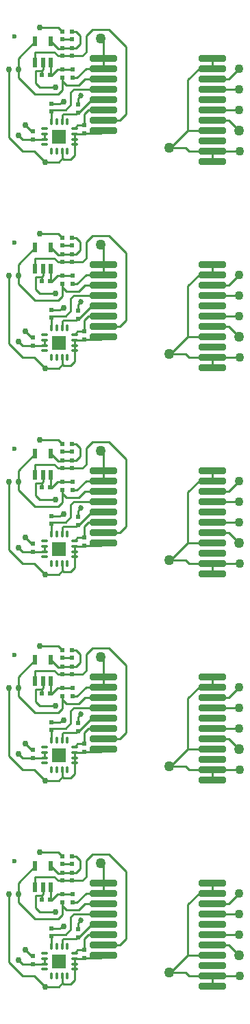
<source format=gtl>
G04 Layer_Physical_Order=1*
G04 Layer_Color=255*
%FSAX24Y24*%
%MOIN*%
G70*
G01*
G75*
%ADD10R,0.0197X0.0236*%
%ADD11R,0.0236X0.0236*%
%ADD12R,0.0236X0.0197*%
G04:AMPARAMS|DCode=13|XSize=132mil|YSize=32mil|CornerRadius=8mil|HoleSize=0mil|Usage=FLASHONLY|Rotation=0.000|XOffset=0mil|YOffset=0mil|HoleType=Round|Shape=RoundedRectangle|*
%AMROUNDEDRECTD13*
21,1,0.1320,0.0160,0,0,0.0*
21,1,0.1160,0.0320,0,0,0.0*
1,1,0.0160,0.0580,-0.0080*
1,1,0.0160,-0.0580,-0.0080*
1,1,0.0160,-0.0580,0.0080*
1,1,0.0160,0.0580,0.0080*
%
%ADD13ROUNDEDRECTD13*%
G04:AMPARAMS|DCode=14|XSize=15mil|YSize=33mil|CornerRadius=4.9mil|HoleSize=0mil|Usage=FLASHONLY|Rotation=0.000|XOffset=0mil|YOffset=0mil|HoleType=Round|Shape=RoundedRectangle|*
%AMROUNDEDRECTD14*
21,1,0.0150,0.0233,0,0,0.0*
21,1,0.0053,0.0330,0,0,0.0*
1,1,0.0098,0.0026,-0.0116*
1,1,0.0098,-0.0026,-0.0116*
1,1,0.0098,-0.0026,0.0116*
1,1,0.0098,0.0026,0.0116*
%
%ADD14ROUNDEDRECTD14*%
G04:AMPARAMS|DCode=15|XSize=15mil|YSize=33mil|CornerRadius=4.9mil|HoleSize=0mil|Usage=FLASHONLY|Rotation=270.000|XOffset=0mil|YOffset=0mil|HoleType=Round|Shape=RoundedRectangle|*
%AMROUNDEDRECTD15*
21,1,0.0150,0.0233,0,0,270.0*
21,1,0.0053,0.0330,0,0,270.0*
1,1,0.0098,-0.0116,-0.0026*
1,1,0.0098,-0.0116,0.0026*
1,1,0.0098,0.0116,0.0026*
1,1,0.0098,0.0116,-0.0026*
%
%ADD15ROUNDEDRECTD15*%
%ADD16R,0.0690X0.0690*%
%ADD17R,0.0220X0.0480*%
%ADD18C,0.0100*%
%ADD19C,0.0433*%
%ADD20C,0.0236*%
%ADD21C,0.0500*%
%ADD22C,0.0300*%
%ADD23C,0.0270*%
D10*
X015600Y014153D02*
D03*
Y014547D02*
D03*
X017050Y019397D02*
D03*
Y019003D02*
D03*
X018100Y014847D02*
D03*
Y014453D02*
D03*
X016500Y015503D02*
D03*
Y015897D02*
D03*
X017800Y015453D02*
D03*
Y015847D02*
D03*
X017050Y018203D02*
D03*
Y018597D02*
D03*
X015600Y024153D02*
D03*
Y024547D02*
D03*
X017050Y029397D02*
D03*
Y029003D02*
D03*
X018100Y024847D02*
D03*
Y024453D02*
D03*
X016500Y025503D02*
D03*
Y025897D02*
D03*
X017800Y025453D02*
D03*
Y025847D02*
D03*
X017050Y028203D02*
D03*
Y028597D02*
D03*
X015600Y034153D02*
D03*
Y034547D02*
D03*
X017050Y039397D02*
D03*
Y039003D02*
D03*
X018100Y034847D02*
D03*
Y034453D02*
D03*
X016500Y035503D02*
D03*
Y035897D02*
D03*
X017800Y035453D02*
D03*
Y035847D02*
D03*
X017050Y038203D02*
D03*
Y038597D02*
D03*
X015600Y044153D02*
D03*
Y044547D02*
D03*
X017050Y049397D02*
D03*
Y049003D02*
D03*
X018100Y044847D02*
D03*
Y044453D02*
D03*
X016500Y045503D02*
D03*
Y045897D02*
D03*
X017800Y045453D02*
D03*
Y045847D02*
D03*
X017050Y048203D02*
D03*
Y048597D02*
D03*
X015600Y054153D02*
D03*
Y054547D02*
D03*
X017050Y059397D02*
D03*
Y059003D02*
D03*
X018100Y054847D02*
D03*
Y054453D02*
D03*
X016500Y055503D02*
D03*
Y055897D02*
D03*
X017800Y055453D02*
D03*
Y055847D02*
D03*
X017050Y058203D02*
D03*
Y058597D02*
D03*
D11*
X017500Y019397D02*
D03*
Y019003D02*
D03*
Y018597D02*
D03*
Y018203D02*
D03*
X017550Y017547D02*
D03*
Y017153D02*
D03*
X017050Y017153D02*
D03*
Y017547D02*
D03*
X017500Y029397D02*
D03*
Y029003D02*
D03*
Y028597D02*
D03*
Y028203D02*
D03*
X017550Y027547D02*
D03*
Y027153D02*
D03*
X017050Y027153D02*
D03*
Y027547D02*
D03*
X017500Y039397D02*
D03*
Y039003D02*
D03*
Y038597D02*
D03*
Y038203D02*
D03*
X017550Y037547D02*
D03*
Y037153D02*
D03*
X017050Y037153D02*
D03*
Y037547D02*
D03*
X017500Y049397D02*
D03*
Y049003D02*
D03*
Y048597D02*
D03*
Y048203D02*
D03*
X017550Y047547D02*
D03*
Y047153D02*
D03*
X017050Y047153D02*
D03*
Y047547D02*
D03*
X017500Y059397D02*
D03*
Y059003D02*
D03*
Y058597D02*
D03*
Y058203D02*
D03*
X017550Y057547D02*
D03*
Y057153D02*
D03*
X017050Y057153D02*
D03*
Y057547D02*
D03*
D12*
X016053Y017300D02*
D03*
X016447D02*
D03*
X016053Y027300D02*
D03*
X016447D02*
D03*
X016053Y037300D02*
D03*
X016447D02*
D03*
X016053Y047300D02*
D03*
X016447D02*
D03*
X016053Y057300D02*
D03*
X016447D02*
D03*
D13*
X024350Y013100D02*
D03*
Y013600D02*
D03*
Y014100D02*
D03*
Y018100D02*
D03*
Y017600D02*
D03*
Y017100D02*
D03*
Y015600D02*
D03*
Y016100D02*
D03*
Y016600D02*
D03*
Y015100D02*
D03*
Y014600D02*
D03*
X019050D02*
D03*
Y015100D02*
D03*
Y016600D02*
D03*
Y016100D02*
D03*
Y015600D02*
D03*
Y017100D02*
D03*
Y017600D02*
D03*
Y018100D02*
D03*
X024350Y023100D02*
D03*
Y023600D02*
D03*
Y024100D02*
D03*
Y028100D02*
D03*
Y027600D02*
D03*
Y027100D02*
D03*
Y025600D02*
D03*
Y026100D02*
D03*
Y026600D02*
D03*
Y025100D02*
D03*
Y024600D02*
D03*
X019050D02*
D03*
Y025100D02*
D03*
Y026600D02*
D03*
Y026100D02*
D03*
Y025600D02*
D03*
Y027100D02*
D03*
Y027600D02*
D03*
Y028100D02*
D03*
X024350Y033100D02*
D03*
Y033600D02*
D03*
Y034100D02*
D03*
Y038100D02*
D03*
Y037600D02*
D03*
Y037100D02*
D03*
Y035600D02*
D03*
Y036100D02*
D03*
Y036600D02*
D03*
Y035100D02*
D03*
Y034600D02*
D03*
X019050D02*
D03*
Y035100D02*
D03*
Y036600D02*
D03*
Y036100D02*
D03*
Y035600D02*
D03*
Y037100D02*
D03*
Y037600D02*
D03*
Y038100D02*
D03*
X024350Y043100D02*
D03*
Y043600D02*
D03*
Y044100D02*
D03*
Y048100D02*
D03*
Y047600D02*
D03*
Y047100D02*
D03*
Y045600D02*
D03*
Y046100D02*
D03*
Y046600D02*
D03*
Y045100D02*
D03*
Y044600D02*
D03*
X019050D02*
D03*
Y045100D02*
D03*
Y046600D02*
D03*
Y046100D02*
D03*
Y045600D02*
D03*
Y047100D02*
D03*
Y047600D02*
D03*
Y048100D02*
D03*
X024350Y053100D02*
D03*
Y053600D02*
D03*
Y054100D02*
D03*
Y058100D02*
D03*
Y057600D02*
D03*
Y057100D02*
D03*
Y055600D02*
D03*
Y056100D02*
D03*
Y056600D02*
D03*
Y055100D02*
D03*
Y054600D02*
D03*
X019050D02*
D03*
Y055100D02*
D03*
Y056600D02*
D03*
Y056100D02*
D03*
Y055600D02*
D03*
Y057100D02*
D03*
Y057600D02*
D03*
Y058100D02*
D03*
D14*
X016511Y013576D02*
D03*
X016771D02*
D03*
X017028D02*
D03*
X017284D02*
D03*
Y015024D02*
D03*
X017028D02*
D03*
X016771D02*
D03*
X016511D02*
D03*
Y023576D02*
D03*
X016771D02*
D03*
X017028D02*
D03*
X017284D02*
D03*
Y025024D02*
D03*
X017028D02*
D03*
X016771D02*
D03*
X016511D02*
D03*
Y033576D02*
D03*
X016771D02*
D03*
X017028D02*
D03*
X017284D02*
D03*
Y035024D02*
D03*
X017028D02*
D03*
X016771D02*
D03*
X016511D02*
D03*
Y043576D02*
D03*
X016771D02*
D03*
X017028D02*
D03*
X017284D02*
D03*
Y045024D02*
D03*
X017028D02*
D03*
X016771D02*
D03*
X016511D02*
D03*
Y053576D02*
D03*
X016771D02*
D03*
X017028D02*
D03*
X017284D02*
D03*
Y055024D02*
D03*
X017028D02*
D03*
X016771D02*
D03*
X016511D02*
D03*
D15*
X017629Y013911D02*
D03*
Y014167D02*
D03*
Y014424D02*
D03*
Y014684D02*
D03*
X016171D02*
D03*
Y014424D02*
D03*
Y014167D02*
D03*
Y013911D02*
D03*
X017629Y023911D02*
D03*
Y024167D02*
D03*
Y024424D02*
D03*
Y024684D02*
D03*
X016171D02*
D03*
Y024424D02*
D03*
Y024167D02*
D03*
Y023911D02*
D03*
X017629Y033911D02*
D03*
Y034167D02*
D03*
Y034424D02*
D03*
Y034684D02*
D03*
X016171D02*
D03*
Y034424D02*
D03*
Y034167D02*
D03*
Y033911D02*
D03*
X017629Y043911D02*
D03*
Y044167D02*
D03*
Y044424D02*
D03*
Y044684D02*
D03*
X016171D02*
D03*
Y044424D02*
D03*
Y044167D02*
D03*
Y043911D02*
D03*
X017629Y053911D02*
D03*
Y054167D02*
D03*
Y054424D02*
D03*
Y054684D02*
D03*
X016171D02*
D03*
Y054424D02*
D03*
Y054167D02*
D03*
Y053911D02*
D03*
D16*
X016881Y014294D02*
D03*
Y024294D02*
D03*
Y034294D02*
D03*
Y044294D02*
D03*
Y054294D02*
D03*
D17*
X015726Y018920D02*
D03*
X016480D02*
D03*
Y017888D02*
D03*
X016100D02*
D03*
X015726D02*
D03*
Y028920D02*
D03*
X016480D02*
D03*
Y027888D02*
D03*
X016100D02*
D03*
X015726D02*
D03*
Y038920D02*
D03*
X016480D02*
D03*
Y037888D02*
D03*
X016100D02*
D03*
X015726D02*
D03*
Y048920D02*
D03*
X016480D02*
D03*
Y047888D02*
D03*
X016100D02*
D03*
X015726D02*
D03*
Y058920D02*
D03*
X016480D02*
D03*
Y057888D02*
D03*
X016100D02*
D03*
X015726D02*
D03*
D18*
X019050Y017600D02*
Y018100D01*
X018900Y019050D02*
X019050Y018900D01*
Y018100D02*
Y018900D01*
X024350Y017600D02*
Y018100D01*
Y013100D02*
Y013600D01*
X025659D01*
X025661Y013601D01*
X024350Y015600D02*
X025636D01*
X024350Y015100D02*
X025149D01*
X025650Y014599D01*
X024350Y016600D02*
X025649D01*
X024350Y017100D02*
X025151D01*
X025650Y017599D01*
X014900Y014350D02*
X015097Y014153D01*
X015600D01*
X016157D01*
X016171Y014167D01*
Y014424D01*
X018150Y017100D02*
X019050D01*
X017850Y016800D02*
X018150Y017100D01*
X017250Y016800D02*
X017850D01*
X017050Y017000D02*
X017250Y016800D01*
X014900Y017150D02*
X015700Y016350D01*
X014900Y017150D02*
Y017550D01*
X017050Y017000D02*
Y017153D01*
X015700Y016350D02*
X016850D01*
X017050Y016550D01*
Y017000D01*
X014900Y018094D02*
X015726Y018920D01*
X014900Y017550D02*
Y018094D01*
X016480Y018920D02*
X016850Y018550D01*
X017003D01*
X016650Y018400D02*
X016847Y018203D01*
X017050D01*
X015726Y017888D02*
Y018400D01*
X016650D01*
X015950Y019600D02*
X016847D01*
X017050Y019397D01*
X017050Y017547D02*
X017550D01*
X017550Y017547D01*
X016797Y017547D02*
X017050D01*
X016498Y017248D02*
X016797Y017547D01*
X016480Y017267D02*
X016498Y017248D01*
X016480Y017267D02*
Y017888D01*
X016500Y015897D02*
X016897D01*
X017100Y016000D01*
X016500Y015035D02*
Y015503D01*
X017500Y018597D02*
X017697D01*
X017900Y018800D01*
X017500Y019397D02*
X017703D01*
X017900Y019200D01*
Y018800D02*
Y019200D01*
X017050Y019003D02*
X017500D01*
X017050Y018597D02*
X017500D01*
X017050Y018203D02*
X017500D01*
X016500Y015503D02*
X016597Y015600D01*
X017028Y015024D02*
X017059Y015055D01*
Y015337D01*
X016597Y015600D02*
X017200D01*
X017450Y015850D01*
X017059Y015337D02*
X017122Y015400D01*
X019850Y015100D02*
X020150Y015400D01*
X019050Y015100D02*
X019850D01*
X017500Y018203D02*
X018003D01*
X018200Y018400D01*
X019300Y019500D02*
X020150Y018650D01*
Y015400D02*
Y018650D01*
X018200Y018400D02*
Y019200D01*
X018500Y019500D01*
X019300D01*
X017629Y014684D02*
X017792Y014847D01*
X018100D01*
X018300Y015600D02*
X019050D01*
X018903Y014453D02*
X019050Y014600D01*
X017629Y014167D02*
Y014424D01*
Y013911D02*
Y014167D01*
X017028Y013576D02*
X017059D01*
X017629Y013782D02*
Y013911D01*
X017650Y013890D01*
Y013400D02*
Y013890D01*
X017450Y013200D02*
X017650Y013400D01*
X017059Y013241D02*
X017100Y013200D01*
X017450D01*
X017629Y014424D02*
X018171D01*
X018100Y014453D02*
X018903D01*
X016200Y013050D02*
X016868D01*
X017059Y013241D01*
Y013576D01*
X015250Y014850D02*
X015500Y014600D01*
X015662Y013588D02*
X016200Y013050D01*
X014450Y014250D02*
Y017550D01*
Y014250D02*
X015112Y013588D01*
X015662D01*
X017550Y017153D02*
X017753D01*
X018200Y017600D01*
X019050D01*
X023050Y013750D02*
X023200Y013600D01*
X024350D01*
X022250Y013750D02*
X023050D01*
X022300D02*
X023150Y014600D01*
X024350D01*
X023150D02*
Y017050D01*
X023700Y017600D01*
X024350D01*
X017450Y015850D02*
Y016450D01*
X017600Y016600D01*
X019050D01*
X016048Y017498D02*
X016100Y017550D01*
Y017888D01*
X016048Y017305D02*
Y017498D01*
X015950Y016700D02*
X016700D01*
X015750Y016900D02*
X015950Y016700D01*
X015750Y016900D02*
Y017498D01*
X016048D01*
X018100Y014847D02*
Y015400D01*
X018300Y015600D01*
X017122Y015400D02*
X017747D01*
X017800Y015453D02*
X017835D01*
X018482Y016100D01*
X019050D01*
X017800Y015847D02*
Y016150D01*
X017950Y016300D01*
X019050Y027600D02*
Y028100D01*
X018900Y029050D02*
X019050Y028900D01*
Y028100D02*
Y028900D01*
X024350Y027600D02*
Y028100D01*
Y023100D02*
Y023600D01*
X025659D01*
X025661Y023601D01*
X024350Y025600D02*
X025636D01*
X024350Y025100D02*
X025149D01*
X025650Y024599D01*
X024350Y026600D02*
X025649D01*
X024350Y027100D02*
X025151D01*
X025650Y027599D01*
X014900Y024350D02*
X015097Y024153D01*
X015600D01*
X016157D01*
X016171Y024167D01*
Y024424D01*
X018150Y027100D02*
X019050D01*
X017850Y026800D02*
X018150Y027100D01*
X017250Y026800D02*
X017850D01*
X017050Y027000D02*
X017250Y026800D01*
X014900Y027150D02*
X015700Y026350D01*
X014900Y027150D02*
Y027550D01*
X017050Y027000D02*
Y027153D01*
X015700Y026350D02*
X016850D01*
X017050Y026550D01*
Y027000D01*
X014900Y028094D02*
X015726Y028920D01*
X014900Y027550D02*
Y028094D01*
X016480Y028920D02*
X016850Y028550D01*
X017003D01*
X016650Y028400D02*
X016847Y028203D01*
X017050D01*
X015726Y027888D02*
Y028400D01*
X016650D01*
X015950Y029600D02*
X016847D01*
X017050Y029397D01*
X017050Y027547D02*
X017550D01*
X017550Y027547D01*
X016797Y027547D02*
X017050D01*
X016498Y027248D02*
X016797Y027547D01*
X016480Y027267D02*
X016498Y027248D01*
X016480Y027267D02*
Y027888D01*
X016500Y025897D02*
X016897D01*
X017100Y026000D01*
X016500Y025035D02*
Y025503D01*
X017500Y028597D02*
X017697D01*
X017900Y028800D01*
X017500Y029397D02*
X017703D01*
X017900Y029200D01*
Y028800D02*
Y029200D01*
X017050Y029003D02*
X017500D01*
X017050Y028597D02*
X017500D01*
X017050Y028203D02*
X017500D01*
X016500Y025503D02*
X016597Y025600D01*
X017028Y025024D02*
X017059Y025055D01*
Y025337D01*
X016597Y025600D02*
X017200D01*
X017450Y025850D01*
X017059Y025337D02*
X017122Y025400D01*
X019850Y025100D02*
X020150Y025400D01*
X019050Y025100D02*
X019850D01*
X017500Y028203D02*
X018003D01*
X018200Y028400D01*
X019300Y029500D02*
X020150Y028650D01*
Y025400D02*
Y028650D01*
X018200Y028400D02*
Y029200D01*
X018500Y029500D01*
X019300D01*
X017629Y024684D02*
X017792Y024847D01*
X018100D01*
X018300Y025600D02*
X019050D01*
X018903Y024453D02*
X019050Y024600D01*
X017629Y024167D02*
Y024424D01*
Y023911D02*
Y024167D01*
X017028Y023576D02*
X017059D01*
X017629Y023782D02*
Y023911D01*
X017650Y023890D01*
Y023400D02*
Y023890D01*
X017450Y023200D02*
X017650Y023400D01*
X017059Y023241D02*
X017100Y023200D01*
X017450D01*
X017629Y024424D02*
X018171D01*
X018100Y024453D02*
X018903D01*
X016200Y023050D02*
X016868D01*
X017059Y023241D01*
Y023576D01*
X015250Y024850D02*
X015500Y024600D01*
X015662Y023588D02*
X016200Y023050D01*
X014450Y024250D02*
Y027550D01*
Y024250D02*
X015112Y023588D01*
X015662D01*
X017550Y027153D02*
X017753D01*
X018200Y027600D01*
X019050D01*
X023050Y023750D02*
X023200Y023600D01*
X024350D01*
X022250Y023750D02*
X023050D01*
X022300D02*
X023150Y024600D01*
X024350D01*
X023150D02*
Y027050D01*
X023700Y027600D01*
X024350D01*
X017450Y025850D02*
Y026450D01*
X017600Y026600D01*
X019050D01*
X016048Y027498D02*
X016100Y027550D01*
Y027888D01*
X016048Y027305D02*
Y027498D01*
X015950Y026700D02*
X016700D01*
X015750Y026900D02*
X015950Y026700D01*
X015750Y026900D02*
Y027498D01*
X016048D01*
X018100Y024847D02*
Y025400D01*
X018300Y025600D01*
X017122Y025400D02*
X017747D01*
X017800Y025453D02*
X017835D01*
X018482Y026100D01*
X019050D01*
X017800Y025847D02*
Y026150D01*
X017950Y026300D01*
X019050Y037600D02*
Y038100D01*
X018900Y039050D02*
X019050Y038900D01*
Y038100D02*
Y038900D01*
X024350Y037600D02*
Y038100D01*
Y033100D02*
Y033600D01*
X025659D01*
X025661Y033601D01*
X024350Y035600D02*
X025636D01*
X024350Y035100D02*
X025149D01*
X025650Y034599D01*
X024350Y036600D02*
X025649D01*
X024350Y037100D02*
X025151D01*
X025650Y037599D01*
X014900Y034350D02*
X015097Y034153D01*
X015600D01*
X016157D01*
X016171Y034167D01*
Y034424D01*
X018150Y037100D02*
X019050D01*
X017850Y036800D02*
X018150Y037100D01*
X017250Y036800D02*
X017850D01*
X017050Y037000D02*
X017250Y036800D01*
X014900Y037150D02*
X015700Y036350D01*
X014900Y037150D02*
Y037550D01*
X017050Y037000D02*
Y037153D01*
X015700Y036350D02*
X016850D01*
X017050Y036550D01*
Y037000D01*
X014900Y038094D02*
X015726Y038920D01*
X014900Y037550D02*
Y038094D01*
X016480Y038920D02*
X016850Y038550D01*
X017003D01*
X016650Y038400D02*
X016847Y038203D01*
X017050D01*
X015726Y037888D02*
Y038400D01*
X016650D01*
X015950Y039600D02*
X016847D01*
X017050Y039397D01*
X017050Y037547D02*
X017550D01*
X017550Y037547D01*
X016797Y037547D02*
X017050D01*
X016498Y037248D02*
X016797Y037547D01*
X016480Y037267D02*
X016498Y037248D01*
X016480Y037267D02*
Y037888D01*
X016500Y035897D02*
X016897D01*
X017100Y036000D01*
X016500Y035035D02*
Y035503D01*
X017500Y038597D02*
X017697D01*
X017900Y038800D01*
X017500Y039397D02*
X017703D01*
X017900Y039200D01*
Y038800D02*
Y039200D01*
X017050Y039003D02*
X017500D01*
X017050Y038597D02*
X017500D01*
X017050Y038203D02*
X017500D01*
X016500Y035503D02*
X016597Y035600D01*
X017028Y035024D02*
X017059Y035055D01*
Y035337D01*
X016597Y035600D02*
X017200D01*
X017450Y035850D01*
X017059Y035337D02*
X017122Y035400D01*
X019850Y035100D02*
X020150Y035400D01*
X019050Y035100D02*
X019850D01*
X017500Y038203D02*
X018003D01*
X018200Y038400D01*
X019300Y039500D02*
X020150Y038650D01*
Y035400D02*
Y038650D01*
X018200Y038400D02*
Y039200D01*
X018500Y039500D01*
X019300D01*
X017629Y034684D02*
X017792Y034847D01*
X018100D01*
X018300Y035600D02*
X019050D01*
X018903Y034453D02*
X019050Y034600D01*
X017629Y034167D02*
Y034424D01*
Y033911D02*
Y034167D01*
X017028Y033576D02*
X017059D01*
X017629Y033782D02*
Y033911D01*
X017650Y033890D01*
Y033400D02*
Y033890D01*
X017450Y033200D02*
X017650Y033400D01*
X017059Y033241D02*
X017100Y033200D01*
X017450D01*
X017629Y034424D02*
X018171D01*
X018100Y034453D02*
X018903D01*
X016200Y033050D02*
X016868D01*
X017059Y033241D01*
Y033576D01*
X015250Y034850D02*
X015500Y034600D01*
X015662Y033588D02*
X016200Y033050D01*
X014450Y034250D02*
Y037550D01*
Y034250D02*
X015112Y033588D01*
X015662D01*
X017550Y037153D02*
X017753D01*
X018200Y037600D01*
X019050D01*
X023050Y033750D02*
X023200Y033600D01*
X024350D01*
X022250Y033750D02*
X023050D01*
X022300D02*
X023150Y034600D01*
X024350D01*
X023150D02*
Y037050D01*
X023700Y037600D01*
X024350D01*
X017450Y035850D02*
Y036450D01*
X017600Y036600D01*
X019050D01*
X016048Y037498D02*
X016100Y037550D01*
Y037888D01*
X016048Y037305D02*
Y037498D01*
X015950Y036700D02*
X016700D01*
X015750Y036900D02*
X015950Y036700D01*
X015750Y036900D02*
Y037498D01*
X016048D01*
X018100Y034847D02*
Y035400D01*
X018300Y035600D01*
X017122Y035400D02*
X017747D01*
X017800Y035453D02*
X017835D01*
X018482Y036100D01*
X019050D01*
X017800Y035847D02*
Y036150D01*
X017950Y036300D01*
X019050Y047600D02*
Y048100D01*
X018900Y049050D02*
X019050Y048900D01*
Y048100D02*
Y048900D01*
X024350Y047600D02*
Y048100D01*
Y043100D02*
Y043600D01*
X025659D01*
X025661Y043601D01*
X024350Y045600D02*
X025636D01*
X024350Y045100D02*
X025149D01*
X025650Y044599D01*
X024350Y046600D02*
X025649D01*
X024350Y047100D02*
X025151D01*
X025650Y047599D01*
X014900Y044350D02*
X015097Y044153D01*
X015600D01*
X016157D01*
X016171Y044167D01*
Y044424D01*
X018150Y047100D02*
X019050D01*
X017850Y046800D02*
X018150Y047100D01*
X017250Y046800D02*
X017850D01*
X017050Y047000D02*
X017250Y046800D01*
X014900Y047150D02*
X015700Y046350D01*
X014900Y047150D02*
Y047550D01*
X017050Y047000D02*
Y047153D01*
X015700Y046350D02*
X016850D01*
X017050Y046550D01*
Y047000D01*
X014900Y048094D02*
X015726Y048920D01*
X014900Y047550D02*
Y048094D01*
X016480Y048920D02*
X016850Y048550D01*
X017003D01*
X016650Y048400D02*
X016847Y048203D01*
X017050D01*
X015726Y047888D02*
Y048400D01*
X016650D01*
X015950Y049600D02*
X016847D01*
X017050Y049397D01*
X017050Y047547D02*
X017550D01*
X017550Y047547D01*
X016797Y047547D02*
X017050D01*
X016498Y047248D02*
X016797Y047547D01*
X016480Y047267D02*
X016498Y047248D01*
X016480Y047267D02*
Y047888D01*
X016500Y045897D02*
X016897D01*
X017100Y046000D01*
X016500Y045035D02*
Y045503D01*
X017500Y048597D02*
X017697D01*
X017900Y048800D01*
X017500Y049397D02*
X017703D01*
X017900Y049200D01*
Y048800D02*
Y049200D01*
X017050Y049003D02*
X017500D01*
X017050Y048597D02*
X017500D01*
X017050Y048203D02*
X017500D01*
X016500Y045503D02*
X016597Y045600D01*
X017028Y045024D02*
X017059Y045055D01*
Y045337D01*
X016597Y045600D02*
X017200D01*
X017450Y045850D01*
X017059Y045337D02*
X017122Y045400D01*
X019850Y045100D02*
X020150Y045400D01*
X019050Y045100D02*
X019850D01*
X017500Y048203D02*
X018003D01*
X018200Y048400D01*
X019300Y049500D02*
X020150Y048650D01*
Y045400D02*
Y048650D01*
X018200Y048400D02*
Y049200D01*
X018500Y049500D01*
X019300D01*
X017629Y044684D02*
X017792Y044847D01*
X018100D01*
X018300Y045600D02*
X019050D01*
X018903Y044453D02*
X019050Y044600D01*
X017629Y044167D02*
Y044424D01*
Y043911D02*
Y044167D01*
X017028Y043576D02*
X017059D01*
X017629Y043782D02*
Y043911D01*
X017650Y043890D01*
Y043400D02*
Y043890D01*
X017450Y043200D02*
X017650Y043400D01*
X017059Y043241D02*
X017100Y043200D01*
X017450D01*
X017629Y044424D02*
X018171D01*
X018100Y044453D02*
X018903D01*
X016200Y043050D02*
X016868D01*
X017059Y043241D01*
Y043576D01*
X015250Y044850D02*
X015500Y044600D01*
X015662Y043588D02*
X016200Y043050D01*
X014450Y044250D02*
Y047550D01*
Y044250D02*
X015112Y043588D01*
X015662D01*
X017550Y047153D02*
X017753D01*
X018200Y047600D01*
X019050D01*
X023050Y043750D02*
X023200Y043600D01*
X024350D01*
X022250Y043750D02*
X023050D01*
X022300D02*
X023150Y044600D01*
X024350D01*
X023150D02*
Y047050D01*
X023700Y047600D01*
X024350D01*
X017450Y045850D02*
Y046450D01*
X017600Y046600D01*
X019050D01*
X016048Y047498D02*
X016100Y047550D01*
Y047888D01*
X016048Y047305D02*
Y047498D01*
X015950Y046700D02*
X016700D01*
X015750Y046900D02*
X015950Y046700D01*
X015750Y046900D02*
Y047498D01*
X016048D01*
X018100Y044847D02*
Y045400D01*
X018300Y045600D01*
X017122Y045400D02*
X017747D01*
X017800Y045453D02*
X017835D01*
X018482Y046100D01*
X019050D01*
X017800Y045847D02*
Y046150D01*
X017950Y046300D01*
X019050Y057600D02*
Y058100D01*
X018900Y059050D02*
X019050Y058900D01*
Y058100D02*
Y058900D01*
X024350Y057600D02*
Y058100D01*
Y053100D02*
Y053600D01*
X025659D01*
X025661Y053601D01*
X024350Y055600D02*
X025636D01*
X024350Y055100D02*
X025149D01*
X025650Y054599D01*
X024350Y056600D02*
X025649D01*
X024350Y057100D02*
X025151D01*
X025650Y057599D01*
X014900Y054350D02*
X015097Y054153D01*
X015600D01*
X016157D01*
X016171Y054167D01*
Y054424D01*
X018150Y057100D02*
X019050D01*
X017850Y056800D02*
X018150Y057100D01*
X017250Y056800D02*
X017850D01*
X017050Y057000D02*
X017250Y056800D01*
X014900Y057150D02*
X015700Y056350D01*
X014900Y057150D02*
Y057550D01*
X017050Y057000D02*
Y057153D01*
X015700Y056350D02*
X016850D01*
X017050Y056550D01*
Y057000D01*
X014900Y058094D02*
X015726Y058920D01*
X014900Y057550D02*
Y058094D01*
X016480Y058920D02*
X016850Y058550D01*
X017003D01*
X016650Y058400D02*
X016847Y058203D01*
X017050D01*
X015726Y057888D02*
Y058400D01*
X016650D01*
X015950Y059600D02*
X016847D01*
X017050Y059397D01*
X017050Y057547D02*
X017550D01*
X017550Y057547D01*
X016797Y057547D02*
X017050D01*
X016498Y057248D02*
X016797Y057547D01*
X016480Y057267D02*
X016498Y057248D01*
X016480Y057267D02*
Y057888D01*
X016500Y055897D02*
X016897D01*
X017100Y056000D01*
X016500Y055035D02*
Y055503D01*
X017500Y058597D02*
X017697D01*
X017900Y058800D01*
X017500Y059397D02*
X017703D01*
X017900Y059200D01*
Y058800D02*
Y059200D01*
X017050Y059003D02*
X017500D01*
X017050Y058597D02*
X017500D01*
X017050Y058203D02*
X017500D01*
X016500Y055503D02*
X016597Y055600D01*
X017028Y055024D02*
X017059Y055055D01*
Y055337D01*
X016597Y055600D02*
X017200D01*
X017450Y055850D01*
X017059Y055337D02*
X017122Y055400D01*
X019850Y055100D02*
X020150Y055400D01*
X019050Y055100D02*
X019850D01*
X017500Y058203D02*
X018003D01*
X018200Y058400D01*
X019300Y059500D02*
X020150Y058650D01*
Y055400D02*
Y058650D01*
X018200Y058400D02*
Y059200D01*
X018500Y059500D01*
X019300D01*
X017629Y054684D02*
X017792Y054847D01*
X018100D01*
X018300Y055600D02*
X019050D01*
X018903Y054453D02*
X019050Y054600D01*
X017629Y054167D02*
Y054424D01*
Y053911D02*
Y054167D01*
X017028Y053576D02*
X017059D01*
X017629Y053782D02*
Y053911D01*
X017650Y053890D01*
Y053400D02*
Y053890D01*
X017450Y053200D02*
X017650Y053400D01*
X017059Y053241D02*
X017100Y053200D01*
X017450D01*
X017629Y054424D02*
X018171D01*
X018100Y054453D02*
X018903D01*
X016200Y053050D02*
X016868D01*
X017059Y053241D01*
Y053576D01*
X015250Y054850D02*
X015500Y054600D01*
X015662Y053588D02*
X016200Y053050D01*
X014450Y054250D02*
Y057550D01*
Y054250D02*
X015112Y053588D01*
X015662D01*
X017550Y057153D02*
X017753D01*
X018200Y057600D01*
X019050D01*
X023050Y053750D02*
X023200Y053600D01*
X024350D01*
X022250Y053750D02*
X023050D01*
X022300D02*
X023150Y054600D01*
X024350D01*
X023150D02*
Y057050D01*
X023700Y057600D01*
X024350D01*
X017450Y055850D02*
Y056450D01*
X017600Y056600D01*
X019050D01*
X016048Y057498D02*
X016100Y057550D01*
Y057888D01*
X016048Y057305D02*
Y057498D01*
X015950Y056700D02*
X016700D01*
X015750Y056900D02*
X015950Y056700D01*
X015750Y056900D02*
Y057498D01*
X016048D01*
X018100Y054847D02*
Y055400D01*
X018300Y055600D01*
X017122Y055400D02*
X017747D01*
X017800Y055453D02*
X017835D01*
X018482Y056100D01*
X019050D01*
X017800Y055847D02*
Y056150D01*
X017950Y056300D01*
D19*
X025661Y013601D02*
D03*
X025650Y017599D02*
D03*
Y016599D02*
D03*
Y014599D02*
D03*
X025639Y015596D02*
D03*
X025661Y023601D02*
D03*
X025650Y027599D02*
D03*
Y026599D02*
D03*
Y024599D02*
D03*
X025639Y025596D02*
D03*
X025661Y033601D02*
D03*
X025650Y037599D02*
D03*
Y036599D02*
D03*
Y034599D02*
D03*
X025639Y035596D02*
D03*
X025661Y043601D02*
D03*
X025650Y047599D02*
D03*
Y046599D02*
D03*
Y044599D02*
D03*
X025639Y045596D02*
D03*
X025661Y053601D02*
D03*
X025650Y057599D02*
D03*
Y056599D02*
D03*
Y054599D02*
D03*
X025639Y055596D02*
D03*
D20*
X014696Y019163D02*
D03*
Y029163D02*
D03*
Y039163D02*
D03*
Y049163D02*
D03*
Y059163D02*
D03*
D21*
X018900Y019050D02*
D03*
X025650Y014600D02*
D03*
X022250Y013750D02*
D03*
X018900Y029050D02*
D03*
X025650Y024600D02*
D03*
X022250Y023750D02*
D03*
X018900Y039050D02*
D03*
X025650Y034600D02*
D03*
X022250Y033750D02*
D03*
X018900Y049050D02*
D03*
X025650Y044600D02*
D03*
X022250Y043750D02*
D03*
X018900Y059050D02*
D03*
X025650Y054600D02*
D03*
X022250Y053750D02*
D03*
D22*
X017100Y016000D02*
D03*
X014900Y017550D02*
D03*
X014450D02*
D03*
X014900Y014350D02*
D03*
X016700Y016700D02*
D03*
X015950Y019600D02*
D03*
X016200Y013050D02*
D03*
X015250Y014850D02*
D03*
X017100Y026000D02*
D03*
X014900Y027550D02*
D03*
X014450D02*
D03*
X014900Y024350D02*
D03*
X016700Y026700D02*
D03*
X015950Y029600D02*
D03*
X016200Y023050D02*
D03*
X015250Y024850D02*
D03*
X017100Y036000D02*
D03*
X014900Y037550D02*
D03*
X014450D02*
D03*
X014900Y034350D02*
D03*
X016700Y036700D02*
D03*
X015950Y039600D02*
D03*
X016200Y033050D02*
D03*
X015250Y034850D02*
D03*
X017100Y046000D02*
D03*
X014900Y047550D02*
D03*
X014450D02*
D03*
X014900Y044350D02*
D03*
X016700Y046700D02*
D03*
X015950Y049600D02*
D03*
X016200Y043050D02*
D03*
X015250Y044850D02*
D03*
X017100Y056000D02*
D03*
X014900Y057550D02*
D03*
X014450D02*
D03*
X014900Y054350D02*
D03*
X016700Y056700D02*
D03*
X015950Y059600D02*
D03*
X016200Y053050D02*
D03*
X015250Y054850D02*
D03*
D23*
X017950Y016300D02*
D03*
Y026300D02*
D03*
Y036300D02*
D03*
Y046300D02*
D03*
Y056300D02*
D03*
M02*

</source>
